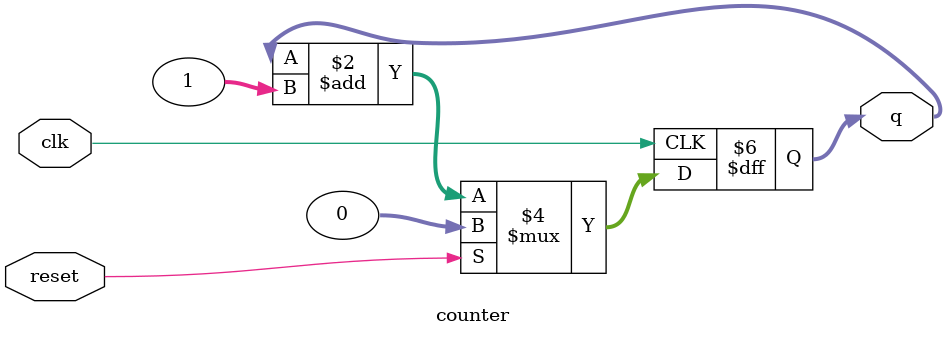
<source format=sv>
module counter(
    input logic clk,       // Entrada de reloj: controla el incremento del contador
    input logic reset,     // Entrada de reinicio: fuerza el contador a 0
    output int q           // Salida del contador: un número entero que representa el conteo actual
);

    // Bloque secuencial activado en el flanco positivo del reloj
    always_ff @(posedge clk)
        if (reset) begin 
            q <= 0;          // Si reset está activo, reinicia el contador a 0
        end
        else begin 
            q <= q + 1;      // Si reset no está activo, incrementa el contador en 1
        end

endmodule

</source>
